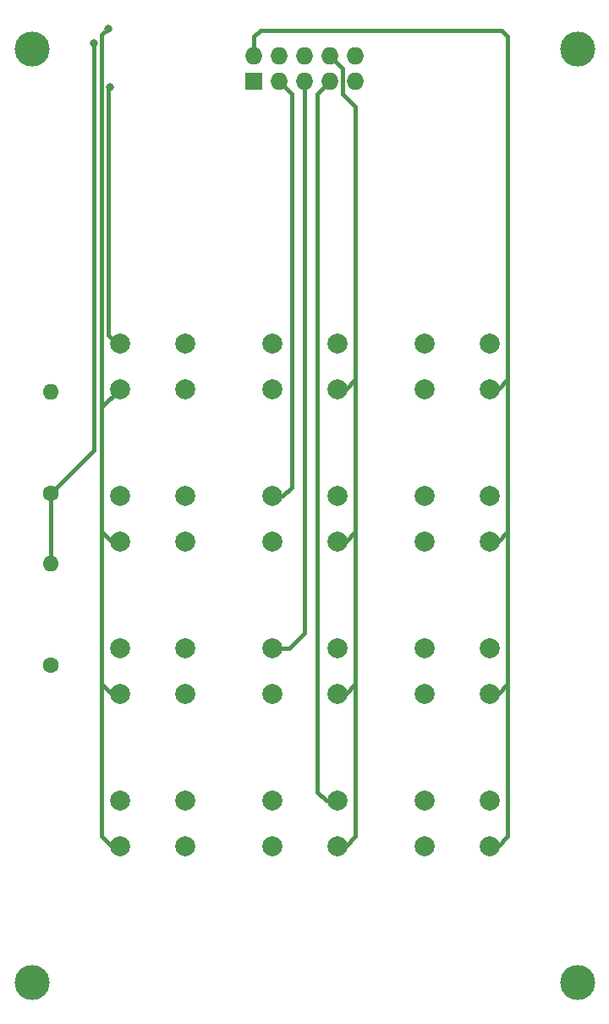
<source format=gbl>
%TF.GenerationSoftware,KiCad,Pcbnew,(5.1.8)-1*%
%TF.CreationDate,2021-03-12T20:27:01+01:00*%
%TF.ProjectId,A2600 Keyboard,41323630-3020-44b6-9579-626f6172642e,rev?*%
%TF.SameCoordinates,Original*%
%TF.FileFunction,Copper,L2,Bot*%
%TF.FilePolarity,Positive*%
%FSLAX46Y46*%
G04 Gerber Fmt 4.6, Leading zero omitted, Abs format (unit mm)*
G04 Created by KiCad (PCBNEW (5.1.8)-1) date 2021-03-12 20:27:01*
%MOMM*%
%LPD*%
G01*
G04 APERTURE LIST*
%TA.AperFunction,ComponentPad*%
%ADD10R,1.727200X1.727200*%
%TD*%
%TA.AperFunction,ComponentPad*%
%ADD11O,1.727200X1.727200*%
%TD*%
%TA.AperFunction,ComponentPad*%
%ADD12O,1.600000X1.600000*%
%TD*%
%TA.AperFunction,ComponentPad*%
%ADD13C,1.600000*%
%TD*%
%TA.AperFunction,ComponentPad*%
%ADD14C,2.000000*%
%TD*%
%TA.AperFunction,ComponentPad*%
%ADD15C,3.500000*%
%TD*%
%TA.AperFunction,ViaPad*%
%ADD16C,0.800000*%
%TD*%
%TA.AperFunction,Conductor*%
%ADD17C,0.381000*%
%TD*%
G04 APERTURE END LIST*
D10*
%TO.P,J1,1*%
%TO.N,BROWN*%
X147320000Y-46355000D03*
D11*
%TO.P,J1,2*%
%TO.N,RED*%
X149860000Y-46355000D03*
%TO.P,J1,3*%
%TO.N,ORANGE*%
X152400000Y-46355000D03*
%TO.P,J1,4*%
%TO.N,YELLOW*%
X154940000Y-46355000D03*
%TO.P,J1,5*%
%TO.N,GREEN*%
X157480000Y-46355000D03*
%TO.P,J1,6*%
%TO.N,BLUE*%
X147320000Y-43815000D03*
%TO.P,J1,7*%
%TO.N,VCC*%
X149860000Y-43815000D03*
%TO.P,J1,8*%
%TO.N,N/C*%
X152400000Y-43815000D03*
%TO.P,J1,9*%
%TO.N,WHITE*%
X154940000Y-43815000D03*
%TO.P,J1,10*%
%TO.N,N/C*%
X157480000Y-43815000D03*
%TD*%
D12*
%TO.P,R301,2*%
%TO.N,VCC*%
X127000000Y-94615000D03*
D13*
%TO.P,R301,1*%
%TO.N,WHITE*%
X127000000Y-104775000D03*
%TD*%
%TO.P,R302,1*%
%TO.N,VCC*%
X127000000Y-87630000D03*
D12*
%TO.P,R302,2*%
%TO.N,GREEN*%
X127000000Y-77470000D03*
%TD*%
D14*
%TO.P,SW1,2*%
%TO.N,GREEN*%
X133910000Y-77180000D03*
%TO.P,SW1,1*%
%TO.N,BROWN*%
X133910000Y-72680000D03*
%TO.P,SW1,2*%
%TO.N,GREEN*%
X140410000Y-77180000D03*
%TO.P,SW1,1*%
%TO.N,BROWN*%
X140410000Y-72680000D03*
%TD*%
%TO.P,SW2,1*%
%TO.N,BROWN*%
X155650000Y-72680000D03*
%TO.P,SW2,2*%
%TO.N,WHITE*%
X155650000Y-77180000D03*
%TO.P,SW2,1*%
%TO.N,BROWN*%
X149150000Y-72680000D03*
%TO.P,SW2,2*%
%TO.N,WHITE*%
X149150000Y-77180000D03*
%TD*%
%TO.P,SW3,2*%
%TO.N,BLUE*%
X164390000Y-77180000D03*
%TO.P,SW3,1*%
%TO.N,BROWN*%
X164390000Y-72680000D03*
%TO.P,SW3,2*%
%TO.N,BLUE*%
X170890000Y-77180000D03*
%TO.P,SW3,1*%
%TO.N,BROWN*%
X170890000Y-72680000D03*
%TD*%
%TO.P,SW4,1*%
%TO.N,RED*%
X140410000Y-87920000D03*
%TO.P,SW4,2*%
%TO.N,GREEN*%
X140410000Y-92420000D03*
%TO.P,SW4,1*%
%TO.N,RED*%
X133910000Y-87920000D03*
%TO.P,SW4,2*%
%TO.N,GREEN*%
X133910000Y-92420000D03*
%TD*%
%TO.P,SW5,2*%
%TO.N,WHITE*%
X149150000Y-92420000D03*
%TO.P,SW5,1*%
%TO.N,RED*%
X149150000Y-87920000D03*
%TO.P,SW5,2*%
%TO.N,WHITE*%
X155650000Y-92420000D03*
%TO.P,SW5,1*%
%TO.N,RED*%
X155650000Y-87920000D03*
%TD*%
%TO.P,SW6,1*%
%TO.N,RED*%
X170890000Y-87920000D03*
%TO.P,SW6,2*%
%TO.N,BLUE*%
X170890000Y-92420000D03*
%TO.P,SW6,1*%
%TO.N,RED*%
X164390000Y-87920000D03*
%TO.P,SW6,2*%
%TO.N,BLUE*%
X164390000Y-92420000D03*
%TD*%
%TO.P,SW7,2*%
%TO.N,GREEN*%
X133910000Y-107660000D03*
%TO.P,SW7,1*%
%TO.N,ORANGE*%
X133910000Y-103160000D03*
%TO.P,SW7,2*%
%TO.N,GREEN*%
X140410000Y-107660000D03*
%TO.P,SW7,1*%
%TO.N,ORANGE*%
X140410000Y-103160000D03*
%TD*%
%TO.P,SW8,1*%
%TO.N,ORANGE*%
X155650000Y-103160000D03*
%TO.P,SW8,2*%
%TO.N,WHITE*%
X155650000Y-107660000D03*
%TO.P,SW8,1*%
%TO.N,ORANGE*%
X149150000Y-103160000D03*
%TO.P,SW8,2*%
%TO.N,WHITE*%
X149150000Y-107660000D03*
%TD*%
%TO.P,SW9,2*%
%TO.N,BLUE*%
X164390000Y-107660000D03*
%TO.P,SW9,1*%
%TO.N,ORANGE*%
X164390000Y-103160000D03*
%TO.P,SW9,2*%
%TO.N,BLUE*%
X170890000Y-107660000D03*
%TO.P,SW9,1*%
%TO.N,ORANGE*%
X170890000Y-103160000D03*
%TD*%
%TO.P,SW10,1*%
%TO.N,YELLOW*%
X140410000Y-118400000D03*
%TO.P,SW10,2*%
%TO.N,GREEN*%
X140410000Y-122900000D03*
%TO.P,SW10,1*%
%TO.N,YELLOW*%
X133910000Y-118400000D03*
%TO.P,SW10,2*%
%TO.N,GREEN*%
X133910000Y-122900000D03*
%TD*%
%TO.P,SW11,2*%
%TO.N,WHITE*%
X149150000Y-122900000D03*
%TO.P,SW11,1*%
%TO.N,YELLOW*%
X149150000Y-118400000D03*
%TO.P,SW11,2*%
%TO.N,WHITE*%
X155650000Y-122900000D03*
%TO.P,SW11,1*%
%TO.N,YELLOW*%
X155650000Y-118400000D03*
%TD*%
%TO.P,SW12,1*%
%TO.N,YELLOW*%
X170890000Y-118400000D03*
%TO.P,SW12,2*%
%TO.N,BLUE*%
X170890000Y-122900000D03*
%TO.P,SW12,1*%
%TO.N,YELLOW*%
X164390000Y-118400000D03*
%TO.P,SW12,2*%
%TO.N,BLUE*%
X164390000Y-122900000D03*
%TD*%
D15*
%TO.P,M1,1*%
%TO.N,N/C*%
X125095000Y-136525000D03*
%TD*%
%TO.P,M2,1*%
%TO.N,N/C*%
X179705000Y-136525000D03*
%TD*%
%TO.P,M3,1*%
%TO.N,N/C*%
X179705000Y-43180000D03*
%TD*%
%TO.P,M4,1*%
%TO.N,N/C*%
X125095000Y-43180000D03*
%TD*%
D16*
%TO.N,BROWN*%
X132870500Y-46990000D03*
%TO.N,GREEN*%
X132715000Y-41119490D03*
%TO.N,VCC*%
X131289500Y-42545000D03*
%TD*%
D17*
%TO.N,BROWN*%
X133910000Y-72680000D02*
X133640000Y-72680000D01*
X133640000Y-72680000D02*
X132715000Y-71755000D01*
X132715000Y-47145500D02*
X132870500Y-46990000D01*
X132715000Y-71755000D02*
X132715000Y-47145500D01*
%TO.N,RED*%
X151130000Y-47625000D02*
X149860000Y-46355000D01*
X151130000Y-86995000D02*
X151130000Y-47625000D01*
X150205000Y-87920000D02*
X151130000Y-86995000D01*
X149150000Y-87920000D02*
X150205000Y-87920000D01*
%TO.N,ORANGE*%
X152400000Y-101600000D02*
X152400000Y-46355000D01*
X150840000Y-103160000D02*
X152400000Y-101600000D01*
X149150000Y-103160000D02*
X150840000Y-103160000D01*
%TO.N,YELLOW*%
X155650000Y-118400000D02*
X154595000Y-118400000D01*
X154595000Y-118400000D02*
X153670000Y-117475000D01*
X153670000Y-47625000D02*
X154940000Y-46355000D01*
X153670000Y-117475000D02*
X153670000Y-47625000D01*
%TO.N,GREEN*%
X127290000Y-77180000D02*
X127000000Y-77470000D01*
X132080000Y-121920000D02*
X132080000Y-109490000D01*
X133060000Y-122900000D02*
X132080000Y-121920000D01*
X133910000Y-122900000D02*
X133060000Y-122900000D01*
X133060000Y-107660000D02*
X132080000Y-106680000D01*
X133910000Y-107660000D02*
X133060000Y-107660000D01*
X132080000Y-106680000D02*
X132080000Y-94250000D01*
X132080000Y-109490000D02*
X132080000Y-106680000D01*
X132080000Y-79010000D02*
X133910000Y-77180000D01*
X133060000Y-92420000D02*
X132080000Y-91440000D01*
X133910000Y-92420000D02*
X133060000Y-92420000D01*
X132080000Y-91440000D02*
X132080000Y-79010000D01*
X132080000Y-94250000D02*
X132080000Y-91440000D01*
X132080000Y-79010000D02*
X132080000Y-41754490D01*
X132080000Y-41754490D02*
X132715000Y-41119490D01*
%TO.N,BLUE*%
X170890000Y-122900000D02*
X171740000Y-122900000D01*
X171740000Y-122900000D02*
X172720000Y-121920000D01*
X171740000Y-107660000D02*
X172720000Y-106680000D01*
X170890000Y-107660000D02*
X171740000Y-107660000D01*
X172720000Y-106680000D02*
X172720000Y-99060000D01*
X172720000Y-121920000D02*
X172720000Y-106680000D01*
X171740000Y-92420000D02*
X172720000Y-91440000D01*
X172720000Y-91440000D02*
X172720000Y-89535000D01*
X170890000Y-92420000D02*
X171740000Y-92420000D01*
X172720000Y-99060000D02*
X172720000Y-91440000D01*
X171740000Y-77180000D02*
X172720000Y-76200000D01*
X170890000Y-77180000D02*
X171740000Y-77180000D01*
X172720000Y-89535000D02*
X172720000Y-76200000D01*
X147320000Y-41910000D02*
X147320000Y-43815000D01*
X147955000Y-41275000D02*
X147320000Y-41910000D01*
X172085000Y-41275000D02*
X147955000Y-41275000D01*
X172720000Y-41910000D02*
X172085000Y-41275000D01*
X172720000Y-76200000D02*
X172720000Y-41910000D01*
%TO.N,VCC*%
X127000000Y-92710000D02*
X127000000Y-87630000D01*
X127000000Y-92710000D02*
X127000000Y-94615000D01*
X131289500Y-83340500D02*
X131289500Y-42545000D01*
X127000000Y-87630000D02*
X131289500Y-83340500D01*
%TO.N,WHITE*%
X156500000Y-122900000D02*
X157480000Y-121920000D01*
X156500000Y-92420000D02*
X157480000Y-91440000D01*
X157480000Y-91440000D02*
X157480000Y-76200000D01*
X156500000Y-107660000D02*
X157480000Y-106680000D01*
X157480000Y-106680000D02*
X157480000Y-91440000D01*
X157480000Y-121920000D02*
X157480000Y-106680000D01*
X156500000Y-77180000D02*
X157480000Y-76200000D01*
X155650000Y-77180000D02*
X156500000Y-77180000D01*
X157480000Y-76200000D02*
X157480000Y-48895000D01*
X157480000Y-48895000D02*
X156210000Y-47625000D01*
X156210000Y-45085000D02*
X154940000Y-43815000D01*
X156210000Y-47625000D02*
X156210000Y-45085000D01*
%TD*%
M02*

</source>
